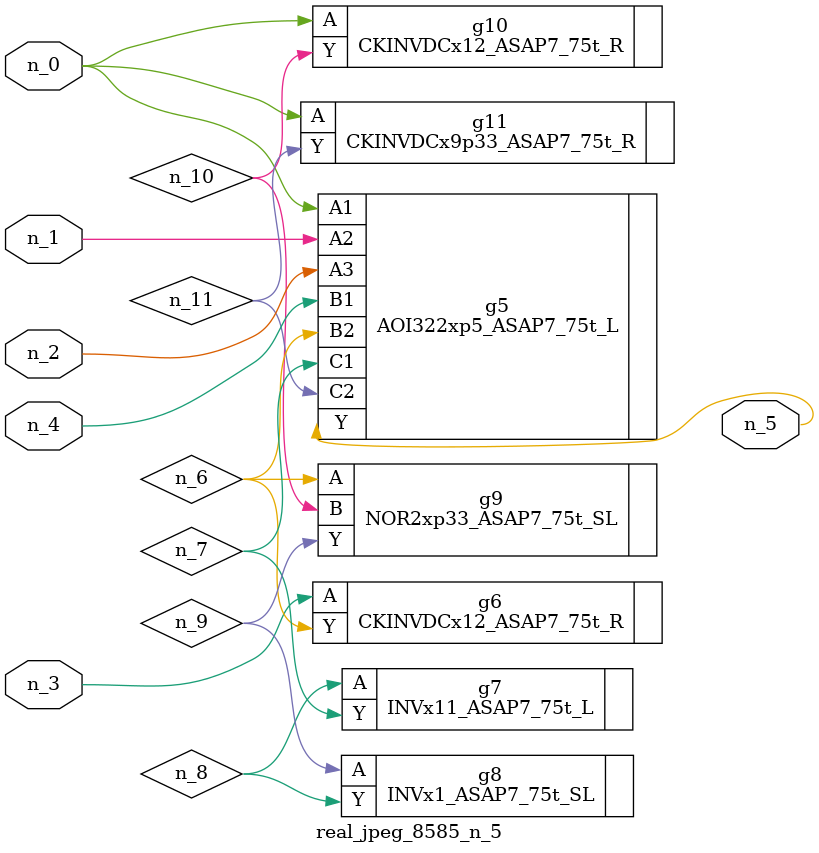
<source format=v>
module real_jpeg_8585_n_5 (n_4, n_0, n_1, n_2, n_3, n_5);

input n_4;
input n_0;
input n_1;
input n_2;
input n_3;

output n_5;

wire n_8;
wire n_11;
wire n_6;
wire n_7;
wire n_10;
wire n_9;

AOI322xp5_ASAP7_75t_L g5 ( 
.A1(n_0),
.A2(n_1),
.A3(n_2),
.B1(n_4),
.B2(n_6),
.C1(n_7),
.C2(n_11),
.Y(n_5)
);

CKINVDCx12_ASAP7_75t_R g10 ( 
.A(n_0),
.Y(n_10)
);

CKINVDCx9p33_ASAP7_75t_R g11 ( 
.A(n_0),
.Y(n_11)
);

CKINVDCx12_ASAP7_75t_R g6 ( 
.A(n_3),
.Y(n_6)
);

NOR2xp33_ASAP7_75t_SL g9 ( 
.A(n_6),
.B(n_10),
.Y(n_9)
);

INVx11_ASAP7_75t_L g7 ( 
.A(n_8),
.Y(n_7)
);

INVx1_ASAP7_75t_SL g8 ( 
.A(n_9),
.Y(n_8)
);


endmodule
</source>
